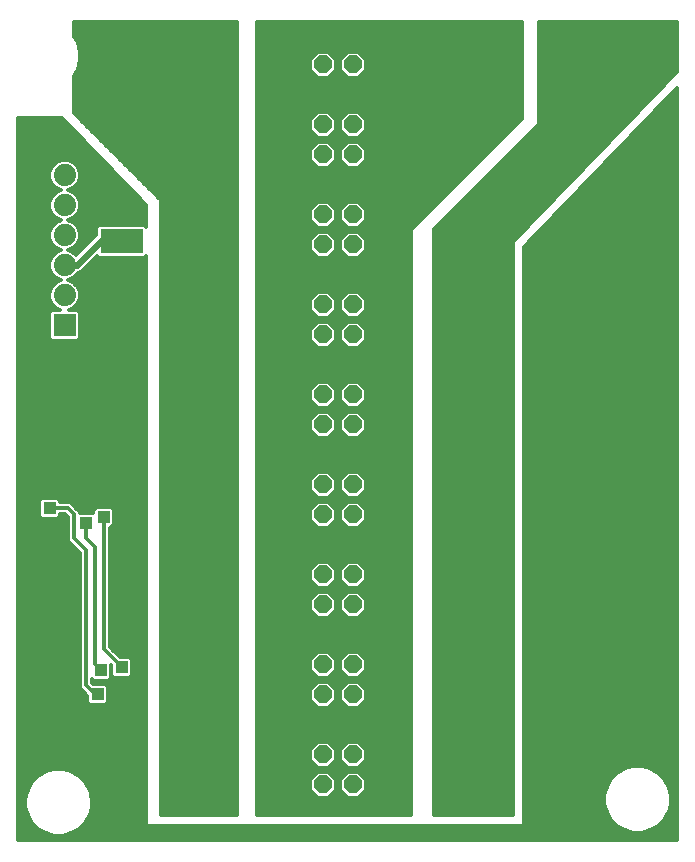
<source format=gbl>
G75*
%MOIN*%
%OFA0B0*%
%FSLAX24Y24*%
%IPPOS*%
%LPD*%
%AMOC8*
5,1,8,0,0,1.08239X$1,22.5*
%
%ADD10R,0.0740X0.0740*%
%ADD11C,0.0740*%
%ADD12OC8,0.0600*%
%ADD13R,0.0800X0.0800*%
%ADD14C,0.0800*%
%ADD15R,0.1400X0.0800*%
%ADD16C,0.0160*%
%ADD17R,0.0827X0.0827*%
%ADD18R,0.0396X0.0396*%
%ADD19C,0.0120*%
%ADD20R,0.0531X0.0531*%
%ADD21C,0.0240*%
D10*
X002100Y017700D03*
D11*
X002100Y018700D03*
X002100Y019700D03*
X002100Y020700D03*
X002100Y021700D03*
X002100Y022700D03*
D12*
X010700Y022400D03*
X010700Y021400D03*
X010700Y020400D03*
X010700Y019400D03*
X010700Y018400D03*
X010700Y017400D03*
X010700Y016400D03*
X010700Y015400D03*
X010700Y014400D03*
X010700Y013400D03*
X010700Y012400D03*
X010700Y011400D03*
X010700Y010400D03*
X010700Y009400D03*
X010700Y008400D03*
X010700Y007400D03*
X010700Y006400D03*
X010700Y005400D03*
X010700Y004400D03*
X010700Y003400D03*
X010700Y002400D03*
X011700Y002400D03*
X011700Y003400D03*
X011700Y004400D03*
X011700Y005400D03*
X011700Y006400D03*
X011700Y007400D03*
X011700Y008400D03*
X011700Y009400D03*
X011700Y010400D03*
X011700Y011400D03*
X011700Y012400D03*
X011700Y013400D03*
X011700Y014400D03*
X011700Y015400D03*
X011700Y016400D03*
X011700Y017400D03*
X011700Y018400D03*
X011700Y019400D03*
X011700Y020400D03*
X011700Y021400D03*
X011700Y022400D03*
X011700Y023400D03*
X011700Y024400D03*
X011700Y025400D03*
X011700Y026400D03*
X010700Y026400D03*
X010700Y025400D03*
X010700Y024400D03*
X010700Y023400D03*
D13*
X005500Y026500D03*
X016500Y026500D03*
X020300Y026500D03*
D14*
X018922Y026500D03*
X015122Y026500D03*
X004122Y026500D03*
D15*
X004000Y020500D03*
X004000Y018500D03*
D16*
X005300Y018486D02*
X007800Y018486D01*
X007800Y018328D02*
X005300Y018328D01*
X005300Y018169D02*
X007800Y018169D01*
X007800Y018011D02*
X005300Y018011D01*
X005300Y017852D02*
X007800Y017852D01*
X007800Y017694D02*
X005300Y017694D01*
X005300Y017535D02*
X007800Y017535D01*
X007800Y017377D02*
X005300Y017377D01*
X005300Y017218D02*
X007800Y017218D01*
X007800Y017060D02*
X005300Y017060D01*
X005300Y016901D02*
X007800Y016901D01*
X007800Y016743D02*
X005300Y016743D01*
X005300Y016584D02*
X007800Y016584D01*
X007800Y016426D02*
X005300Y016426D01*
X005300Y016267D02*
X007800Y016267D01*
X007800Y016109D02*
X005300Y016109D01*
X005300Y015950D02*
X007800Y015950D01*
X007800Y015792D02*
X005300Y015792D01*
X005300Y015633D02*
X007800Y015633D01*
X007800Y015475D02*
X005300Y015475D01*
X005300Y015316D02*
X007800Y015316D01*
X007800Y015158D02*
X005300Y015158D01*
X005300Y014999D02*
X007800Y014999D01*
X007800Y014841D02*
X005300Y014841D01*
X005300Y014682D02*
X007800Y014682D01*
X007800Y014524D02*
X005300Y014524D01*
X005300Y014365D02*
X007800Y014365D01*
X007800Y014207D02*
X005300Y014207D01*
X005300Y014048D02*
X007800Y014048D01*
X007800Y013890D02*
X005300Y013890D01*
X005300Y013731D02*
X007800Y013731D01*
X007800Y013573D02*
X005300Y013573D01*
X005300Y013414D02*
X007800Y013414D01*
X007800Y013256D02*
X005300Y013256D01*
X005300Y013097D02*
X007800Y013097D01*
X007800Y012939D02*
X005300Y012939D01*
X005300Y012780D02*
X007800Y012780D01*
X007800Y012622D02*
X005300Y012622D01*
X005300Y012463D02*
X007800Y012463D01*
X007800Y012305D02*
X005300Y012305D01*
X005300Y012146D02*
X007800Y012146D01*
X007800Y011988D02*
X005300Y011988D01*
X005300Y011829D02*
X007800Y011829D01*
X007800Y011671D02*
X005300Y011671D01*
X005300Y011512D02*
X007800Y011512D01*
X007800Y011354D02*
X005300Y011354D01*
X005300Y011195D02*
X007800Y011195D01*
X007800Y011037D02*
X005300Y011037D01*
X005300Y010878D02*
X007800Y010878D01*
X007800Y010720D02*
X005300Y010720D01*
X005300Y010561D02*
X007800Y010561D01*
X007800Y010403D02*
X005300Y010403D01*
X005300Y010244D02*
X007800Y010244D01*
X007800Y010086D02*
X005300Y010086D01*
X005300Y009927D02*
X007800Y009927D01*
X007800Y009769D02*
X005300Y009769D01*
X005300Y009610D02*
X007800Y009610D01*
X007800Y009452D02*
X005300Y009452D01*
X005300Y009293D02*
X007800Y009293D01*
X007800Y009135D02*
X005300Y009135D01*
X005300Y008976D02*
X007800Y008976D01*
X007800Y008818D02*
X005300Y008818D01*
X005300Y008659D02*
X007800Y008659D01*
X007800Y008501D02*
X005300Y008501D01*
X005300Y008342D02*
X007800Y008342D01*
X007800Y008184D02*
X005300Y008184D01*
X005300Y008025D02*
X007800Y008025D01*
X007800Y007867D02*
X005300Y007867D01*
X005300Y007708D02*
X007800Y007708D01*
X007800Y007550D02*
X005300Y007550D01*
X005300Y007391D02*
X007800Y007391D01*
X007800Y007233D02*
X005300Y007233D01*
X005300Y007074D02*
X007800Y007074D01*
X007800Y006916D02*
X005300Y006916D01*
X005300Y006757D02*
X007800Y006757D01*
X007800Y006599D02*
X005300Y006599D01*
X005300Y006440D02*
X007800Y006440D01*
X007800Y006282D02*
X005300Y006282D01*
X005300Y006123D02*
X007800Y006123D01*
X007800Y005965D02*
X005300Y005965D01*
X005300Y005806D02*
X007800Y005806D01*
X007800Y005648D02*
X005300Y005648D01*
X005300Y005489D02*
X007800Y005489D01*
X007800Y005331D02*
X005300Y005331D01*
X005300Y005172D02*
X007800Y005172D01*
X007800Y005014D02*
X005300Y005014D01*
X005300Y004855D02*
X007800Y004855D01*
X007800Y004697D02*
X005300Y004697D01*
X005300Y004538D02*
X007800Y004538D01*
X007800Y004380D02*
X005300Y004380D01*
X005300Y004221D02*
X007800Y004221D01*
X007800Y004063D02*
X005300Y004063D01*
X005300Y003904D02*
X007800Y003904D01*
X007800Y003746D02*
X005300Y003746D01*
X005300Y003587D02*
X007800Y003587D01*
X007800Y003429D02*
X005300Y003429D01*
X005300Y003270D02*
X007800Y003270D01*
X007800Y003112D02*
X005300Y003112D01*
X005300Y002953D02*
X007800Y002953D01*
X007800Y002795D02*
X005300Y002795D01*
X005300Y002636D02*
X007800Y002636D01*
X007800Y002478D02*
X005300Y002478D01*
X005300Y002319D02*
X007800Y002319D01*
X007800Y002161D02*
X005300Y002161D01*
X005300Y002002D02*
X007800Y002002D01*
X007800Y001844D02*
X005300Y001844D01*
X005300Y001685D02*
X007800Y001685D01*
X007800Y001527D02*
X005300Y001527D01*
X005300Y001400D02*
X005300Y021900D01*
X002400Y024800D01*
X002400Y026002D01*
X002404Y026006D01*
X002553Y026264D01*
X002630Y026551D01*
X002630Y026849D01*
X002553Y027136D01*
X002404Y027394D01*
X002400Y027398D01*
X002400Y027800D01*
X007800Y027800D01*
X007800Y001400D01*
X005300Y001400D01*
X008500Y001400D02*
X008500Y027800D01*
X017300Y027800D01*
X017300Y024600D01*
X013600Y020900D01*
X013600Y001400D01*
X008500Y001400D01*
X008500Y001527D02*
X013600Y001527D01*
X013600Y001685D02*
X008500Y001685D01*
X008500Y001844D02*
X013600Y001844D01*
X013600Y002002D02*
X011953Y002002D01*
X011891Y001940D02*
X012160Y002209D01*
X012160Y002591D01*
X011891Y002860D01*
X011509Y002860D01*
X011240Y002591D01*
X011240Y002209D01*
X011509Y001940D01*
X011891Y001940D01*
X012111Y002161D02*
X013600Y002161D01*
X013600Y002319D02*
X012160Y002319D01*
X012160Y002478D02*
X013600Y002478D01*
X013600Y002636D02*
X012115Y002636D01*
X011956Y002795D02*
X013600Y002795D01*
X013600Y002953D02*
X011904Y002953D01*
X011891Y002940D02*
X012160Y003209D01*
X012160Y003591D01*
X011891Y003860D01*
X011509Y003860D01*
X011240Y003591D01*
X011240Y003209D01*
X011509Y002940D01*
X011891Y002940D01*
X012062Y003112D02*
X013600Y003112D01*
X013600Y003270D02*
X012160Y003270D01*
X012160Y003429D02*
X013600Y003429D01*
X013600Y003587D02*
X012160Y003587D01*
X012005Y003746D02*
X013600Y003746D01*
X013600Y003904D02*
X008500Y003904D01*
X008500Y003746D02*
X010395Y003746D01*
X010509Y003860D02*
X010240Y003591D01*
X010240Y003209D01*
X010509Y002940D01*
X010891Y002940D01*
X011160Y003209D01*
X011160Y003591D01*
X010891Y003860D01*
X010509Y003860D01*
X010240Y003587D02*
X008500Y003587D01*
X008500Y003429D02*
X010240Y003429D01*
X010240Y003270D02*
X008500Y003270D01*
X008500Y003112D02*
X010338Y003112D01*
X010496Y002953D02*
X008500Y002953D01*
X008500Y002795D02*
X010444Y002795D01*
X010509Y002860D02*
X010240Y002591D01*
X010240Y002209D01*
X010509Y001940D01*
X010891Y001940D01*
X011160Y002209D01*
X011160Y002591D01*
X010891Y002860D01*
X010509Y002860D01*
X010285Y002636D02*
X008500Y002636D01*
X008500Y002478D02*
X010240Y002478D01*
X010240Y002319D02*
X008500Y002319D01*
X008500Y002161D02*
X010289Y002161D01*
X010447Y002002D02*
X008500Y002002D01*
X008500Y004063D02*
X013600Y004063D01*
X013600Y004221D02*
X008500Y004221D01*
X008500Y004380D02*
X013600Y004380D01*
X013600Y004538D02*
X008500Y004538D01*
X008500Y004697D02*
X013600Y004697D01*
X013600Y004855D02*
X008500Y004855D01*
X008500Y005014D02*
X010436Y005014D01*
X010509Y004940D02*
X010240Y005209D01*
X010240Y005591D01*
X010509Y005860D01*
X010891Y005860D01*
X011160Y005591D01*
X011160Y005209D01*
X010891Y004940D01*
X010509Y004940D01*
X010277Y005172D02*
X008500Y005172D01*
X008500Y005331D02*
X010240Y005331D01*
X010240Y005489D02*
X008500Y005489D01*
X008500Y005648D02*
X010297Y005648D01*
X010455Y005806D02*
X008500Y005806D01*
X008500Y005965D02*
X010485Y005965D01*
X010509Y005940D02*
X010891Y005940D01*
X011160Y006209D01*
X011160Y006591D01*
X010891Y006860D01*
X010509Y006860D01*
X010240Y006591D01*
X010240Y006209D01*
X010509Y005940D01*
X010326Y006123D02*
X008500Y006123D01*
X008500Y006282D02*
X010240Y006282D01*
X010240Y006440D02*
X008500Y006440D01*
X008500Y006599D02*
X010248Y006599D01*
X010406Y006757D02*
X008500Y006757D01*
X008500Y006916D02*
X013600Y006916D01*
X013600Y007074D02*
X008500Y007074D01*
X008500Y007233D02*
X013600Y007233D01*
X013600Y007391D02*
X008500Y007391D01*
X008500Y007550D02*
X013600Y007550D01*
X013600Y007708D02*
X008500Y007708D01*
X008500Y007867D02*
X013600Y007867D01*
X013600Y008025D02*
X011976Y008025D01*
X011891Y007940D02*
X012160Y008209D01*
X012160Y008591D01*
X011891Y008860D01*
X011509Y008860D01*
X011240Y008591D01*
X011240Y008209D01*
X011509Y007940D01*
X011891Y007940D01*
X012134Y008184D02*
X013600Y008184D01*
X013600Y008342D02*
X012160Y008342D01*
X012160Y008501D02*
X013600Y008501D01*
X013600Y008659D02*
X012092Y008659D01*
X011933Y008818D02*
X013600Y008818D01*
X013600Y008976D02*
X011927Y008976D01*
X011891Y008940D02*
X012160Y009209D01*
X012160Y009591D01*
X011891Y009860D01*
X011509Y009860D01*
X011240Y009591D01*
X011240Y009209D01*
X011509Y008940D01*
X011891Y008940D01*
X012085Y009135D02*
X013600Y009135D01*
X013600Y009293D02*
X012160Y009293D01*
X012160Y009452D02*
X013600Y009452D01*
X013600Y009610D02*
X012141Y009610D01*
X011982Y009769D02*
X013600Y009769D01*
X013600Y009927D02*
X008500Y009927D01*
X008500Y009769D02*
X010418Y009769D01*
X010509Y009860D02*
X010240Y009591D01*
X010240Y009209D01*
X010509Y008940D01*
X010891Y008940D01*
X011160Y009209D01*
X011160Y009591D01*
X010891Y009860D01*
X010509Y009860D01*
X010259Y009610D02*
X008500Y009610D01*
X008500Y009452D02*
X010240Y009452D01*
X010240Y009293D02*
X008500Y009293D01*
X008500Y009135D02*
X010315Y009135D01*
X010473Y008976D02*
X008500Y008976D01*
X008500Y008818D02*
X010467Y008818D01*
X010509Y008860D02*
X010240Y008591D01*
X010240Y008209D01*
X010509Y007940D01*
X010891Y007940D01*
X011160Y008209D01*
X011160Y008591D01*
X010891Y008860D01*
X010509Y008860D01*
X010308Y008659D02*
X008500Y008659D01*
X008500Y008501D02*
X010240Y008501D01*
X010240Y008342D02*
X008500Y008342D01*
X008500Y008184D02*
X010266Y008184D01*
X010424Y008025D02*
X008500Y008025D01*
X008500Y010086D02*
X013600Y010086D01*
X013600Y010244D02*
X008500Y010244D01*
X008500Y010403D02*
X013600Y010403D01*
X013600Y010561D02*
X008500Y010561D01*
X008500Y010720D02*
X013600Y010720D01*
X013600Y010878D02*
X008500Y010878D01*
X008500Y011037D02*
X010413Y011037D01*
X010509Y010940D02*
X010240Y011209D01*
X010240Y011591D01*
X010509Y011860D01*
X010891Y011860D01*
X011160Y011591D01*
X011160Y011209D01*
X010891Y010940D01*
X010509Y010940D01*
X010254Y011195D02*
X008500Y011195D01*
X008500Y011354D02*
X010240Y011354D01*
X010240Y011512D02*
X008500Y011512D01*
X008500Y011671D02*
X010320Y011671D01*
X010478Y011829D02*
X008500Y011829D01*
X008500Y011988D02*
X010462Y011988D01*
X010509Y011940D02*
X010240Y012209D01*
X010240Y012591D01*
X010509Y012860D01*
X010891Y012860D01*
X011160Y012591D01*
X011160Y012209D01*
X010891Y011940D01*
X010509Y011940D01*
X010303Y012146D02*
X008500Y012146D01*
X008500Y012305D02*
X010240Y012305D01*
X010240Y012463D02*
X008500Y012463D01*
X008500Y012622D02*
X010271Y012622D01*
X010429Y012780D02*
X008500Y012780D01*
X008500Y012939D02*
X013600Y012939D01*
X013600Y013097D02*
X008500Y013097D01*
X008500Y013256D02*
X013600Y013256D01*
X013600Y013414D02*
X008500Y013414D01*
X008500Y013573D02*
X013600Y013573D01*
X013600Y013731D02*
X008500Y013731D01*
X008500Y013890D02*
X013600Y013890D01*
X013600Y014048D02*
X011999Y014048D01*
X011891Y013940D02*
X012160Y014209D01*
X012160Y014591D01*
X011891Y014860D01*
X011509Y014860D01*
X011240Y014591D01*
X011240Y014209D01*
X011509Y013940D01*
X011891Y013940D01*
X012157Y014207D02*
X013600Y014207D01*
X013600Y014365D02*
X012160Y014365D01*
X012160Y014524D02*
X013600Y014524D01*
X013600Y014682D02*
X012069Y014682D01*
X011910Y014841D02*
X013600Y014841D01*
X013600Y014999D02*
X011950Y014999D01*
X011891Y014940D02*
X012160Y015209D01*
X012160Y015591D01*
X011891Y015860D01*
X011509Y015860D01*
X011240Y015591D01*
X011240Y015209D01*
X011509Y014940D01*
X011891Y014940D01*
X012108Y015158D02*
X013600Y015158D01*
X013600Y015316D02*
X012160Y015316D01*
X012160Y015475D02*
X013600Y015475D01*
X013600Y015633D02*
X012118Y015633D01*
X011959Y015792D02*
X013600Y015792D01*
X013600Y015950D02*
X008500Y015950D01*
X008500Y015792D02*
X010441Y015792D01*
X010509Y015860D02*
X010240Y015591D01*
X010240Y015209D01*
X010509Y014940D01*
X010891Y014940D01*
X011160Y015209D01*
X011160Y015591D01*
X010891Y015860D01*
X010509Y015860D01*
X010282Y015633D02*
X008500Y015633D01*
X008500Y015475D02*
X010240Y015475D01*
X010240Y015316D02*
X008500Y015316D01*
X008500Y015158D02*
X010292Y015158D01*
X010450Y014999D02*
X008500Y014999D01*
X008500Y014841D02*
X010490Y014841D01*
X010509Y014860D02*
X010240Y014591D01*
X010240Y014209D01*
X010509Y013940D01*
X010891Y013940D01*
X011160Y014209D01*
X011160Y014591D01*
X010891Y014860D01*
X010509Y014860D01*
X010331Y014682D02*
X008500Y014682D01*
X008500Y014524D02*
X010240Y014524D01*
X010240Y014365D02*
X008500Y014365D01*
X008500Y014207D02*
X010243Y014207D01*
X010401Y014048D02*
X008500Y014048D01*
X008500Y016109D02*
X013600Y016109D01*
X013600Y016267D02*
X008500Y016267D01*
X008500Y016426D02*
X013600Y016426D01*
X013600Y016584D02*
X008500Y016584D01*
X008500Y016743D02*
X013600Y016743D01*
X013600Y016901D02*
X008500Y016901D01*
X008500Y017060D02*
X010390Y017060D01*
X010509Y016940D02*
X010240Y017209D01*
X010240Y017591D01*
X010509Y017860D01*
X010891Y017860D01*
X011160Y017591D01*
X011160Y017209D01*
X010891Y016940D01*
X010509Y016940D01*
X010240Y017218D02*
X008500Y017218D01*
X008500Y017377D02*
X010240Y017377D01*
X010240Y017535D02*
X008500Y017535D01*
X008500Y017694D02*
X010343Y017694D01*
X010501Y017852D02*
X008500Y017852D01*
X008500Y018011D02*
X010439Y018011D01*
X010509Y017940D02*
X010240Y018209D01*
X010240Y018591D01*
X010509Y018860D01*
X010891Y018860D01*
X011160Y018591D01*
X011160Y018209D01*
X010891Y017940D01*
X010509Y017940D01*
X010280Y018169D02*
X008500Y018169D01*
X008500Y018328D02*
X010240Y018328D01*
X010240Y018486D02*
X008500Y018486D01*
X008500Y018645D02*
X010294Y018645D01*
X010452Y018803D02*
X008500Y018803D01*
X008500Y018962D02*
X013600Y018962D01*
X013600Y019120D02*
X008500Y019120D01*
X008500Y019279D02*
X013600Y019279D01*
X013600Y019437D02*
X008500Y019437D01*
X008500Y019596D02*
X013600Y019596D01*
X013600Y019754D02*
X008500Y019754D01*
X008500Y019913D02*
X013600Y019913D01*
X013600Y020071D02*
X012022Y020071D01*
X011891Y019940D02*
X012160Y020209D01*
X012160Y020591D01*
X011891Y020860D01*
X011509Y020860D01*
X011240Y020591D01*
X011240Y020209D01*
X011509Y019940D01*
X011891Y019940D01*
X012160Y020230D02*
X013600Y020230D01*
X013600Y020388D02*
X012160Y020388D01*
X012160Y020547D02*
X013600Y020547D01*
X013600Y020705D02*
X012046Y020705D01*
X011891Y020940D02*
X012160Y021209D01*
X012160Y021591D01*
X011891Y021860D01*
X011509Y021860D01*
X011240Y021591D01*
X011240Y021209D01*
X011509Y020940D01*
X011891Y020940D01*
X011973Y021022D02*
X013722Y021022D01*
X013600Y020864D02*
X008500Y020864D01*
X008500Y021022D02*
X010427Y021022D01*
X010509Y020940D02*
X010240Y021209D01*
X010240Y021591D01*
X010509Y021860D01*
X010891Y021860D01*
X011160Y021591D01*
X011160Y021209D01*
X010891Y020940D01*
X010509Y020940D01*
X010509Y020860D02*
X010240Y020591D01*
X010240Y020209D01*
X010509Y019940D01*
X010891Y019940D01*
X011160Y020209D01*
X011160Y020591D01*
X010891Y020860D01*
X010509Y020860D01*
X010354Y020705D02*
X008500Y020705D01*
X008500Y020547D02*
X010240Y020547D01*
X010240Y020388D02*
X008500Y020388D01*
X008500Y020230D02*
X010240Y020230D01*
X010378Y020071D02*
X008500Y020071D01*
X007800Y020071D02*
X005300Y020071D01*
X005300Y019913D02*
X007800Y019913D01*
X007800Y019754D02*
X005300Y019754D01*
X005300Y019596D02*
X007800Y019596D01*
X007800Y019437D02*
X005300Y019437D01*
X005300Y019279D02*
X007800Y019279D01*
X007800Y019120D02*
X005300Y019120D01*
X005300Y018962D02*
X007800Y018962D01*
X007800Y018803D02*
X005300Y018803D01*
X005300Y018645D02*
X007800Y018645D01*
X007800Y020230D02*
X005300Y020230D01*
X005300Y020388D02*
X007800Y020388D01*
X007800Y020547D02*
X005300Y020547D01*
X005300Y020705D02*
X007800Y020705D01*
X007800Y020864D02*
X005300Y020864D01*
X005300Y021022D02*
X007800Y021022D01*
X007800Y021181D02*
X005300Y021181D01*
X005300Y021339D02*
X007800Y021339D01*
X007800Y021498D02*
X005300Y021498D01*
X005300Y021656D02*
X007800Y021656D01*
X007800Y021815D02*
X005300Y021815D01*
X005227Y021973D02*
X007800Y021973D01*
X007800Y022132D02*
X005068Y022132D01*
X004910Y022290D02*
X007800Y022290D01*
X007800Y022449D02*
X004751Y022449D01*
X004593Y022607D02*
X007800Y022607D01*
X007800Y022766D02*
X004434Y022766D01*
X004276Y022924D02*
X007800Y022924D01*
X007800Y023083D02*
X004117Y023083D01*
X003959Y023241D02*
X007800Y023241D01*
X007800Y023400D02*
X003800Y023400D01*
X003642Y023558D02*
X007800Y023558D01*
X007800Y023717D02*
X003483Y023717D01*
X003325Y023875D02*
X007800Y023875D01*
X007800Y024034D02*
X003166Y024034D01*
X003008Y024192D02*
X007800Y024192D01*
X007800Y024351D02*
X002849Y024351D01*
X002691Y024509D02*
X007800Y024509D01*
X007800Y024668D02*
X002532Y024668D01*
X002400Y024826D02*
X007800Y024826D01*
X007800Y024985D02*
X002400Y024985D01*
X002400Y025143D02*
X007800Y025143D01*
X007800Y025302D02*
X002400Y025302D01*
X002400Y025460D02*
X007800Y025460D01*
X007800Y025619D02*
X002400Y025619D01*
X002400Y025777D02*
X007800Y025777D01*
X007800Y025936D02*
X002400Y025936D01*
X002455Y026094D02*
X007800Y026094D01*
X007800Y026253D02*
X002546Y026253D01*
X002592Y026411D02*
X007800Y026411D01*
X007800Y026570D02*
X002630Y026570D01*
X002630Y026728D02*
X007800Y026728D01*
X007800Y026887D02*
X002620Y026887D01*
X002577Y027045D02*
X007800Y027045D01*
X007800Y027204D02*
X002514Y027204D01*
X002423Y027362D02*
X007800Y027362D01*
X007800Y027521D02*
X002400Y027521D01*
X002400Y027679D02*
X007800Y027679D01*
X008500Y027679D02*
X017300Y027679D01*
X017300Y027521D02*
X008500Y027521D01*
X008500Y027362D02*
X017300Y027362D01*
X017300Y027204D02*
X008500Y027204D01*
X008500Y027045D02*
X017300Y027045D01*
X017300Y026887D02*
X008500Y026887D01*
X008500Y026728D02*
X010378Y026728D01*
X010509Y026860D02*
X010240Y026591D01*
X010240Y026209D01*
X010509Y025940D01*
X010891Y025940D01*
X011160Y026209D01*
X011160Y026591D01*
X010891Y026860D01*
X010509Y026860D01*
X010240Y026570D02*
X008500Y026570D01*
X008500Y026411D02*
X010240Y026411D01*
X010240Y026253D02*
X008500Y026253D01*
X008500Y026094D02*
X010355Y026094D01*
X011045Y026094D02*
X011355Y026094D01*
X011240Y026209D02*
X011509Y025940D01*
X011891Y025940D01*
X012160Y026209D01*
X012160Y026591D01*
X011891Y026860D01*
X011509Y026860D01*
X011240Y026591D01*
X011240Y026209D01*
X011240Y026253D02*
X011160Y026253D01*
X011160Y026411D02*
X011240Y026411D01*
X011240Y026570D02*
X011160Y026570D01*
X011022Y026728D02*
X011378Y026728D01*
X012022Y026728D02*
X017300Y026728D01*
X017300Y026570D02*
X012160Y026570D01*
X012160Y026411D02*
X017300Y026411D01*
X017300Y026253D02*
X012160Y026253D01*
X012045Y026094D02*
X017300Y026094D01*
X017300Y025936D02*
X008500Y025936D01*
X008500Y025777D02*
X017300Y025777D01*
X017300Y025619D02*
X008500Y025619D01*
X008500Y025460D02*
X017300Y025460D01*
X017300Y025302D02*
X008500Y025302D01*
X008500Y025143D02*
X017300Y025143D01*
X017300Y024985D02*
X008500Y024985D01*
X008500Y024826D02*
X010476Y024826D01*
X010509Y024860D02*
X010240Y024591D01*
X010240Y024209D01*
X010509Y023940D01*
X010891Y023940D01*
X011160Y024209D01*
X011160Y024591D01*
X010891Y024860D01*
X010509Y024860D01*
X010317Y024668D02*
X008500Y024668D01*
X008500Y024509D02*
X010240Y024509D01*
X010240Y024351D02*
X008500Y024351D01*
X008500Y024192D02*
X010257Y024192D01*
X010416Y024034D02*
X008500Y024034D01*
X008500Y023875D02*
X016575Y023875D01*
X016417Y023717D02*
X012034Y023717D01*
X012160Y023591D02*
X011891Y023860D01*
X011509Y023860D01*
X011240Y023591D01*
X011240Y023209D01*
X011509Y022940D01*
X011891Y022940D01*
X012160Y023209D01*
X012160Y023591D01*
X012160Y023558D02*
X016258Y023558D01*
X016100Y023400D02*
X012160Y023400D01*
X012160Y023241D02*
X015941Y023241D01*
X015783Y023083D02*
X012033Y023083D01*
X011367Y023083D02*
X011033Y023083D01*
X011160Y023209D02*
X010891Y022940D01*
X010509Y022940D01*
X010240Y023209D01*
X010240Y023591D01*
X010509Y023860D01*
X010891Y023860D01*
X011160Y023591D01*
X011160Y023209D01*
X011160Y023241D02*
X011240Y023241D01*
X011240Y023400D02*
X011160Y023400D01*
X011160Y023558D02*
X011240Y023558D01*
X011366Y023717D02*
X011034Y023717D01*
X010984Y024034D02*
X011416Y024034D01*
X011509Y023940D02*
X011891Y023940D01*
X012160Y024209D01*
X012160Y024591D01*
X011891Y024860D01*
X011509Y024860D01*
X011240Y024591D01*
X011240Y024209D01*
X011509Y023940D01*
X011257Y024192D02*
X011143Y024192D01*
X011160Y024351D02*
X011240Y024351D01*
X011240Y024509D02*
X011160Y024509D01*
X011083Y024668D02*
X011317Y024668D01*
X011476Y024826D02*
X010924Y024826D01*
X010366Y023717D02*
X008500Y023717D01*
X008500Y023558D02*
X010240Y023558D01*
X010240Y023400D02*
X008500Y023400D01*
X008500Y023241D02*
X010240Y023241D01*
X010367Y023083D02*
X008500Y023083D01*
X008500Y022924D02*
X015624Y022924D01*
X015466Y022766D02*
X008500Y022766D01*
X008500Y022607D02*
X015307Y022607D01*
X015149Y022449D02*
X008500Y022449D01*
X008500Y022290D02*
X014990Y022290D01*
X014832Y022132D02*
X008500Y022132D01*
X008500Y021973D02*
X014673Y021973D01*
X014515Y021815D02*
X011936Y021815D01*
X012095Y021656D02*
X014356Y021656D01*
X014198Y021498D02*
X012160Y021498D01*
X012160Y021339D02*
X014039Y021339D01*
X013881Y021181D02*
X012131Y021181D01*
X011427Y021022D02*
X010973Y021022D01*
X011131Y021181D02*
X011269Y021181D01*
X011240Y021339D02*
X011160Y021339D01*
X011160Y021498D02*
X011240Y021498D01*
X011305Y021656D02*
X011095Y021656D01*
X010936Y021815D02*
X011464Y021815D01*
X011354Y020705D02*
X011046Y020705D01*
X011160Y020547D02*
X011240Y020547D01*
X011240Y020388D02*
X011160Y020388D01*
X011160Y020230D02*
X011240Y020230D01*
X011378Y020071D02*
X011022Y020071D01*
X011509Y018860D02*
X011240Y018591D01*
X011240Y018209D01*
X011509Y017940D01*
X011891Y017940D01*
X012160Y018209D01*
X012160Y018591D01*
X011891Y018860D01*
X011509Y018860D01*
X011452Y018803D02*
X010948Y018803D01*
X011106Y018645D02*
X011294Y018645D01*
X011240Y018486D02*
X011160Y018486D01*
X011160Y018328D02*
X011240Y018328D01*
X011280Y018169D02*
X011120Y018169D01*
X010961Y018011D02*
X011439Y018011D01*
X011509Y017860D02*
X011240Y017591D01*
X011240Y017209D01*
X011509Y016940D01*
X011891Y016940D01*
X012160Y017209D01*
X012160Y017591D01*
X011891Y017860D01*
X011509Y017860D01*
X011501Y017852D02*
X010899Y017852D01*
X011057Y017694D02*
X011343Y017694D01*
X011240Y017535D02*
X011160Y017535D01*
X011160Y017377D02*
X011240Y017377D01*
X011240Y017218D02*
X011160Y017218D01*
X011010Y017060D02*
X011390Y017060D01*
X012010Y017060D02*
X013600Y017060D01*
X013600Y017218D02*
X012160Y017218D01*
X012160Y017377D02*
X013600Y017377D01*
X013600Y017535D02*
X012160Y017535D01*
X012057Y017694D02*
X013600Y017694D01*
X013600Y017852D02*
X011899Y017852D01*
X011961Y018011D02*
X013600Y018011D01*
X013600Y018169D02*
X012120Y018169D01*
X012160Y018328D02*
X013600Y018328D01*
X013600Y018486D02*
X012160Y018486D01*
X012106Y018645D02*
X013600Y018645D01*
X013600Y018803D02*
X011948Y018803D01*
X010269Y021181D02*
X008500Y021181D01*
X008500Y021339D02*
X010240Y021339D01*
X010240Y021498D02*
X008500Y021498D01*
X008500Y021656D02*
X010305Y021656D01*
X010464Y021815D02*
X008500Y021815D01*
X011984Y024034D02*
X016734Y024034D01*
X016892Y024192D02*
X012143Y024192D01*
X012160Y024351D02*
X017051Y024351D01*
X017209Y024509D02*
X012160Y024509D01*
X012083Y024668D02*
X017300Y024668D01*
X017300Y024826D02*
X011924Y024826D01*
X014998Y021498D02*
X017963Y021498D01*
X018115Y021656D02*
X015156Y021656D01*
X015315Y021815D02*
X018268Y021815D01*
X018421Y021973D02*
X015473Y021973D01*
X015632Y022132D02*
X018574Y022132D01*
X018727Y022290D02*
X015790Y022290D01*
X015949Y022449D02*
X018880Y022449D01*
X019033Y022607D02*
X016107Y022607D01*
X016266Y022766D02*
X019186Y022766D01*
X019339Y022924D02*
X016424Y022924D01*
X016583Y023083D02*
X019492Y023083D01*
X019645Y023241D02*
X016741Y023241D01*
X016900Y023400D02*
X019798Y023400D01*
X019951Y023558D02*
X017058Y023558D01*
X017217Y023717D02*
X020104Y023717D01*
X020257Y023875D02*
X017375Y023875D01*
X017534Y024034D02*
X020410Y024034D01*
X020562Y024192D02*
X017692Y024192D01*
X017851Y024351D02*
X020715Y024351D01*
X020868Y024509D02*
X017900Y024509D01*
X017900Y024400D02*
X017900Y027800D01*
X022490Y027800D01*
X022490Y026190D01*
X017000Y020500D01*
X017000Y001400D01*
X014400Y001400D01*
X014400Y020900D01*
X017900Y024400D01*
X017900Y024668D02*
X021021Y024668D01*
X021174Y024826D02*
X017900Y024826D01*
X017900Y024985D02*
X021327Y024985D01*
X021480Y025143D02*
X017900Y025143D01*
X017900Y025302D02*
X021633Y025302D01*
X021786Y025460D02*
X017900Y025460D01*
X017900Y025619D02*
X021939Y025619D01*
X022092Y025777D02*
X017900Y025777D01*
X017900Y025936D02*
X022245Y025936D01*
X022398Y026094D02*
X017900Y026094D01*
X017900Y026253D02*
X022490Y026253D01*
X022490Y026411D02*
X017900Y026411D01*
X017900Y026570D02*
X022490Y026570D01*
X022490Y026728D02*
X017900Y026728D01*
X017900Y026887D02*
X022490Y026887D01*
X022490Y027045D02*
X017900Y027045D01*
X017900Y027204D02*
X022490Y027204D01*
X022490Y027362D02*
X017900Y027362D01*
X017900Y027521D02*
X022490Y027521D01*
X022490Y027679D02*
X017900Y027679D01*
X017810Y021339D02*
X014839Y021339D01*
X014681Y021181D02*
X017657Y021181D01*
X017504Y021022D02*
X014522Y021022D01*
X014400Y020864D02*
X017351Y020864D01*
X017198Y020705D02*
X014400Y020705D01*
X014400Y020547D02*
X017045Y020547D01*
X017000Y020388D02*
X014400Y020388D01*
X014400Y020230D02*
X017000Y020230D01*
X017000Y020071D02*
X014400Y020071D01*
X014400Y019913D02*
X017000Y019913D01*
X017000Y019754D02*
X014400Y019754D01*
X014400Y019596D02*
X017000Y019596D01*
X017000Y019437D02*
X014400Y019437D01*
X014400Y019279D02*
X017000Y019279D01*
X017000Y019120D02*
X014400Y019120D01*
X014400Y018962D02*
X017000Y018962D01*
X017000Y018803D02*
X014400Y018803D01*
X014400Y018645D02*
X017000Y018645D01*
X017000Y018486D02*
X014400Y018486D01*
X014400Y018328D02*
X017000Y018328D01*
X017000Y018169D02*
X014400Y018169D01*
X014400Y018011D02*
X017000Y018011D01*
X017000Y017852D02*
X014400Y017852D01*
X014400Y017694D02*
X017000Y017694D01*
X017000Y017535D02*
X014400Y017535D01*
X014400Y017377D02*
X017000Y017377D01*
X017000Y017218D02*
X014400Y017218D01*
X014400Y017060D02*
X017000Y017060D01*
X017000Y016901D02*
X014400Y016901D01*
X014400Y016743D02*
X017000Y016743D01*
X017000Y016584D02*
X014400Y016584D01*
X014400Y016426D02*
X017000Y016426D01*
X017000Y016267D02*
X014400Y016267D01*
X014400Y016109D02*
X017000Y016109D01*
X017000Y015950D02*
X014400Y015950D01*
X014400Y015792D02*
X017000Y015792D01*
X017000Y015633D02*
X014400Y015633D01*
X014400Y015475D02*
X017000Y015475D01*
X017000Y015316D02*
X014400Y015316D01*
X014400Y015158D02*
X017000Y015158D01*
X017000Y014999D02*
X014400Y014999D01*
X014400Y014841D02*
X017000Y014841D01*
X017000Y014682D02*
X014400Y014682D01*
X014400Y014524D02*
X017000Y014524D01*
X017000Y014365D02*
X014400Y014365D01*
X014400Y014207D02*
X017000Y014207D01*
X017000Y014048D02*
X014400Y014048D01*
X014400Y013890D02*
X017000Y013890D01*
X017000Y013731D02*
X014400Y013731D01*
X014400Y013573D02*
X017000Y013573D01*
X017000Y013414D02*
X014400Y013414D01*
X014400Y013256D02*
X017000Y013256D01*
X017000Y013097D02*
X014400Y013097D01*
X014400Y012939D02*
X017000Y012939D01*
X017000Y012780D02*
X014400Y012780D01*
X014400Y012622D02*
X017000Y012622D01*
X017000Y012463D02*
X014400Y012463D01*
X014400Y012305D02*
X017000Y012305D01*
X017000Y012146D02*
X014400Y012146D01*
X014400Y011988D02*
X017000Y011988D01*
X017000Y011829D02*
X014400Y011829D01*
X014400Y011671D02*
X017000Y011671D01*
X017000Y011512D02*
X014400Y011512D01*
X014400Y011354D02*
X017000Y011354D01*
X017000Y011195D02*
X014400Y011195D01*
X014400Y011037D02*
X017000Y011037D01*
X017000Y010878D02*
X014400Y010878D01*
X014400Y010720D02*
X017000Y010720D01*
X017000Y010561D02*
X014400Y010561D01*
X014400Y010403D02*
X017000Y010403D01*
X017000Y010244D02*
X014400Y010244D01*
X014400Y010086D02*
X017000Y010086D01*
X017000Y009927D02*
X014400Y009927D01*
X014400Y009769D02*
X017000Y009769D01*
X017000Y009610D02*
X014400Y009610D01*
X014400Y009452D02*
X017000Y009452D01*
X017000Y009293D02*
X014400Y009293D01*
X014400Y009135D02*
X017000Y009135D01*
X017000Y008976D02*
X014400Y008976D01*
X014400Y008818D02*
X017000Y008818D01*
X017000Y008659D02*
X014400Y008659D01*
X014400Y008501D02*
X017000Y008501D01*
X017000Y008342D02*
X014400Y008342D01*
X014400Y008184D02*
X017000Y008184D01*
X017000Y008025D02*
X014400Y008025D01*
X014400Y007867D02*
X017000Y007867D01*
X017000Y007708D02*
X014400Y007708D01*
X014400Y007550D02*
X017000Y007550D01*
X017000Y007391D02*
X014400Y007391D01*
X014400Y007233D02*
X017000Y007233D01*
X017000Y007074D02*
X014400Y007074D01*
X014400Y006916D02*
X017000Y006916D01*
X017000Y006757D02*
X014400Y006757D01*
X014400Y006599D02*
X017000Y006599D01*
X017000Y006440D02*
X014400Y006440D01*
X014400Y006282D02*
X017000Y006282D01*
X017000Y006123D02*
X014400Y006123D01*
X014400Y005965D02*
X017000Y005965D01*
X017000Y005806D02*
X014400Y005806D01*
X014400Y005648D02*
X017000Y005648D01*
X017000Y005489D02*
X014400Y005489D01*
X014400Y005331D02*
X017000Y005331D01*
X017000Y005172D02*
X014400Y005172D01*
X014400Y005014D02*
X017000Y005014D01*
X017000Y004855D02*
X014400Y004855D01*
X014400Y004697D02*
X017000Y004697D01*
X017000Y004538D02*
X014400Y004538D01*
X014400Y004380D02*
X017000Y004380D01*
X017000Y004221D02*
X014400Y004221D01*
X014400Y004063D02*
X017000Y004063D01*
X017000Y003904D02*
X014400Y003904D01*
X014400Y003746D02*
X017000Y003746D01*
X017000Y003587D02*
X014400Y003587D01*
X014400Y003429D02*
X017000Y003429D01*
X017000Y003270D02*
X014400Y003270D01*
X014400Y003112D02*
X017000Y003112D01*
X017000Y002953D02*
X014400Y002953D01*
X014400Y002795D02*
X017000Y002795D01*
X017000Y002636D02*
X014400Y002636D01*
X014400Y002478D02*
X017000Y002478D01*
X017000Y002319D02*
X014400Y002319D01*
X014400Y002161D02*
X017000Y002161D01*
X017000Y002002D02*
X014400Y002002D01*
X014400Y001844D02*
X017000Y001844D01*
X017000Y001685D02*
X014400Y001685D01*
X014400Y001527D02*
X017000Y001527D01*
X013600Y005014D02*
X011964Y005014D01*
X011891Y004940D02*
X012160Y005209D01*
X012160Y005591D01*
X011891Y005860D01*
X011509Y005860D01*
X011240Y005591D01*
X011240Y005209D01*
X011509Y004940D01*
X011891Y004940D01*
X012123Y005172D02*
X013600Y005172D01*
X013600Y005331D02*
X012160Y005331D01*
X012160Y005489D02*
X013600Y005489D01*
X013600Y005648D02*
X012103Y005648D01*
X011945Y005806D02*
X013600Y005806D01*
X013600Y005965D02*
X011915Y005965D01*
X011891Y005940D02*
X012160Y006209D01*
X012160Y006591D01*
X011891Y006860D01*
X011509Y006860D01*
X011240Y006591D01*
X011240Y006209D01*
X011509Y005940D01*
X011891Y005940D01*
X012074Y006123D02*
X013600Y006123D01*
X013600Y006282D02*
X012160Y006282D01*
X012160Y006440D02*
X013600Y006440D01*
X013600Y006599D02*
X012152Y006599D01*
X011994Y006757D02*
X013600Y006757D01*
X011406Y006757D02*
X010994Y006757D01*
X011152Y006599D02*
X011248Y006599D01*
X011240Y006440D02*
X011160Y006440D01*
X011160Y006282D02*
X011240Y006282D01*
X011326Y006123D02*
X011074Y006123D01*
X010915Y005965D02*
X011485Y005965D01*
X011455Y005806D02*
X010945Y005806D01*
X011103Y005648D02*
X011297Y005648D01*
X011240Y005489D02*
X011160Y005489D01*
X011160Y005331D02*
X011240Y005331D01*
X011277Y005172D02*
X011123Y005172D01*
X010964Y005014D02*
X011436Y005014D01*
X011395Y003746D02*
X011005Y003746D01*
X011160Y003587D02*
X011240Y003587D01*
X011240Y003429D02*
X011160Y003429D01*
X011160Y003270D02*
X011240Y003270D01*
X011338Y003112D02*
X011062Y003112D01*
X010904Y002953D02*
X011496Y002953D01*
X011444Y002795D02*
X010956Y002795D01*
X011115Y002636D02*
X011285Y002636D01*
X011240Y002478D02*
X011160Y002478D01*
X011160Y002319D02*
X011240Y002319D01*
X011289Y002161D02*
X011111Y002161D01*
X010953Y002002D02*
X011447Y002002D01*
X011424Y008025D02*
X010976Y008025D01*
X011134Y008184D02*
X011266Y008184D01*
X011240Y008342D02*
X011160Y008342D01*
X011160Y008501D02*
X011240Y008501D01*
X011308Y008659D02*
X011092Y008659D01*
X010933Y008818D02*
X011467Y008818D01*
X011473Y008976D02*
X010927Y008976D01*
X011085Y009135D02*
X011315Y009135D01*
X011240Y009293D02*
X011160Y009293D01*
X011160Y009452D02*
X011240Y009452D01*
X011259Y009610D02*
X011141Y009610D01*
X010982Y009769D02*
X011418Y009769D01*
X011509Y010940D02*
X011891Y010940D01*
X012160Y011209D01*
X012160Y011591D01*
X011891Y011860D01*
X011509Y011860D01*
X011240Y011591D01*
X011240Y011209D01*
X011509Y010940D01*
X011413Y011037D02*
X010987Y011037D01*
X011146Y011195D02*
X011254Y011195D01*
X011240Y011354D02*
X011160Y011354D01*
X011160Y011512D02*
X011240Y011512D01*
X011320Y011671D02*
X011080Y011671D01*
X010922Y011829D02*
X011478Y011829D01*
X011509Y011940D02*
X011891Y011940D01*
X012160Y012209D01*
X012160Y012591D01*
X011891Y012860D01*
X011509Y012860D01*
X011240Y012591D01*
X011240Y012209D01*
X011509Y011940D01*
X011462Y011988D02*
X010938Y011988D01*
X011097Y012146D02*
X011303Y012146D01*
X011240Y012305D02*
X011160Y012305D01*
X011160Y012463D02*
X011240Y012463D01*
X011271Y012622D02*
X011129Y012622D01*
X010971Y012780D02*
X011429Y012780D01*
X011971Y012780D02*
X013600Y012780D01*
X013600Y012622D02*
X012129Y012622D01*
X012160Y012463D02*
X013600Y012463D01*
X013600Y012305D02*
X012160Y012305D01*
X012097Y012146D02*
X013600Y012146D01*
X013600Y011988D02*
X011938Y011988D01*
X011922Y011829D02*
X013600Y011829D01*
X013600Y011671D02*
X012080Y011671D01*
X012160Y011512D02*
X013600Y011512D01*
X013600Y011354D02*
X012160Y011354D01*
X012146Y011195D02*
X013600Y011195D01*
X013600Y011037D02*
X011987Y011037D01*
X011401Y014048D02*
X010999Y014048D01*
X011157Y014207D02*
X011243Y014207D01*
X011240Y014365D02*
X011160Y014365D01*
X011160Y014524D02*
X011240Y014524D01*
X011331Y014682D02*
X011069Y014682D01*
X010910Y014841D02*
X011490Y014841D01*
X011450Y014999D02*
X010950Y014999D01*
X011108Y015158D02*
X011292Y015158D01*
X011240Y015316D02*
X011160Y015316D01*
X011160Y015475D02*
X011240Y015475D01*
X011282Y015633D02*
X011118Y015633D01*
X010959Y015792D02*
X011441Y015792D01*
D17*
X016100Y015900D03*
X016100Y014500D03*
X016100Y013100D03*
X016100Y011700D03*
X016100Y010200D03*
X016100Y008700D03*
X016100Y007200D03*
X016100Y005700D03*
X016100Y004200D03*
X016100Y002600D03*
X006500Y002100D03*
X006500Y003700D03*
X006500Y005100D03*
X006500Y006500D03*
X006500Y007900D03*
X006500Y009300D03*
X006500Y010700D03*
X006500Y012100D03*
X006500Y013900D03*
X006500Y015600D03*
X006700Y017000D03*
X006500Y018400D03*
X006500Y019800D03*
X006500Y021200D03*
X006500Y022600D03*
X005500Y024000D03*
X016100Y020100D03*
X016100Y018700D03*
X016100Y017300D03*
X016400Y021500D03*
X017800Y022900D03*
X019000Y024300D03*
D18*
X021700Y016000D03*
X020700Y011900D03*
X020700Y011200D03*
X018600Y011900D03*
X004100Y011300D03*
X003400Y011300D03*
X002800Y011100D03*
X001600Y011000D03*
X001600Y011600D03*
X001800Y014100D03*
X001000Y007400D03*
X003200Y005400D03*
X003300Y006200D03*
X004000Y006300D03*
D19*
X000560Y000560D02*
X000560Y024600D01*
X002000Y024600D01*
X004800Y021700D01*
X004800Y020998D01*
X004758Y021040D01*
X003242Y021040D01*
X003160Y020958D01*
X003160Y020723D01*
X003153Y020720D01*
X003080Y020647D01*
X002477Y020044D01*
X002389Y020132D01*
X002226Y020200D01*
X002389Y020268D01*
X002532Y020411D01*
X002610Y020599D01*
X002610Y020801D01*
X002532Y020989D01*
X002389Y021132D01*
X002226Y021200D01*
X002389Y021268D01*
X002532Y021411D01*
X002610Y021599D01*
X002610Y021801D01*
X002532Y021989D01*
X002389Y022132D01*
X002226Y022200D01*
X002389Y022268D01*
X002532Y022411D01*
X002610Y022599D01*
X002610Y022801D01*
X002532Y022989D01*
X002389Y023132D01*
X002201Y023210D01*
X001999Y023210D01*
X001811Y023132D01*
X001668Y022989D01*
X001590Y022801D01*
X001590Y022599D01*
X001668Y022411D01*
X001811Y022268D01*
X001974Y022200D01*
X001811Y022132D01*
X001668Y021989D01*
X001590Y021801D01*
X001590Y021599D01*
X001668Y021411D01*
X001811Y021268D01*
X001974Y021200D01*
X001811Y021132D01*
X001668Y020989D01*
X001590Y020801D01*
X001590Y020599D01*
X001668Y020411D01*
X001811Y020268D01*
X001974Y020200D01*
X001811Y020132D01*
X001668Y019989D01*
X001590Y019801D01*
X001590Y019599D01*
X001668Y019411D01*
X001811Y019268D01*
X001974Y019200D01*
X001811Y019132D01*
X001668Y018989D01*
X001590Y018801D01*
X001590Y018599D01*
X001668Y018411D01*
X001811Y018268D01*
X001950Y018210D01*
X001672Y018210D01*
X001590Y018128D01*
X001590Y017272D01*
X001672Y017190D01*
X002528Y017190D01*
X002610Y017272D01*
X002610Y018128D01*
X002528Y018210D01*
X002250Y018210D01*
X002389Y018268D01*
X002532Y018411D01*
X002610Y018599D01*
X002610Y018801D01*
X002532Y018989D01*
X002389Y019132D01*
X002226Y019200D01*
X002389Y019268D01*
X002532Y019411D01*
X002544Y019440D01*
X002552Y019440D01*
X002647Y019480D01*
X003185Y020017D01*
X003242Y019960D01*
X004758Y019960D01*
X004800Y020002D01*
X004800Y001000D01*
X017400Y001000D01*
X017400Y020300D01*
X022510Y025607D01*
X022510Y000560D01*
X000560Y000560D01*
X000560Y000574D02*
X022510Y000574D01*
X022510Y000693D02*
X002055Y000693D01*
X002046Y000690D02*
X002328Y000766D01*
X002582Y000912D01*
X002788Y001118D01*
X002934Y001372D01*
X003010Y001654D01*
X003010Y001946D01*
X002934Y002228D01*
X002788Y002482D01*
X002582Y002688D01*
X002328Y002834D01*
X002046Y002910D01*
X001754Y002910D01*
X001472Y002834D01*
X001218Y002688D01*
X001012Y002482D01*
X000866Y002228D01*
X000790Y001946D01*
X000790Y001654D01*
X000866Y001372D01*
X001012Y001118D01*
X001218Y000912D01*
X001472Y000766D01*
X001754Y000690D01*
X002046Y000690D01*
X001745Y000693D02*
X000560Y000693D01*
X000560Y000811D02*
X001393Y000811D01*
X001201Y000930D02*
X000560Y000930D01*
X000560Y001048D02*
X001082Y001048D01*
X000984Y001167D02*
X000560Y001167D01*
X000560Y001285D02*
X000916Y001285D01*
X000857Y001404D02*
X000560Y001404D01*
X000560Y001522D02*
X000825Y001522D01*
X000794Y001641D02*
X000560Y001641D01*
X000560Y001759D02*
X000790Y001759D01*
X000790Y001878D02*
X000560Y001878D01*
X000560Y001996D02*
X000803Y001996D01*
X000835Y002115D02*
X000560Y002115D01*
X000560Y002233D02*
X000868Y002233D01*
X000937Y002352D02*
X000560Y002352D01*
X000560Y002470D02*
X001005Y002470D01*
X001119Y002589D02*
X000560Y002589D01*
X000560Y002707D02*
X001251Y002707D01*
X001456Y002826D02*
X000560Y002826D01*
X000560Y002944D02*
X004800Y002944D01*
X004800Y002826D02*
X002344Y002826D01*
X002549Y002707D02*
X004800Y002707D01*
X004800Y002589D02*
X002681Y002589D01*
X002795Y002470D02*
X004800Y002470D01*
X004800Y002352D02*
X002863Y002352D01*
X002932Y002233D02*
X004800Y002233D01*
X004800Y002115D02*
X002965Y002115D01*
X002997Y001996D02*
X004800Y001996D01*
X004800Y001878D02*
X003010Y001878D01*
X003010Y001759D02*
X004800Y001759D01*
X004800Y001641D02*
X003006Y001641D01*
X002975Y001522D02*
X004800Y001522D01*
X004800Y001404D02*
X002943Y001404D01*
X002884Y001285D02*
X004800Y001285D01*
X004800Y001167D02*
X002816Y001167D01*
X002718Y001048D02*
X004800Y001048D01*
X004800Y003063D02*
X000560Y003063D01*
X000560Y003181D02*
X004800Y003181D01*
X004800Y003300D02*
X000560Y003300D01*
X000560Y003418D02*
X004800Y003418D01*
X004800Y003537D02*
X000560Y003537D01*
X000560Y003655D02*
X004800Y003655D01*
X004800Y003774D02*
X000560Y003774D01*
X000560Y003892D02*
X004800Y003892D01*
X004800Y004011D02*
X000560Y004011D01*
X000560Y004129D02*
X004800Y004129D01*
X004800Y004248D02*
X000560Y004248D01*
X000560Y004366D02*
X004800Y004366D01*
X004800Y004485D02*
X000560Y004485D01*
X000560Y004603D02*
X004800Y004603D01*
X004800Y004722D02*
X000560Y004722D01*
X000560Y004840D02*
X004800Y004840D01*
X004800Y004959D02*
X000560Y004959D01*
X000560Y005077D02*
X002929Y005077D01*
X002944Y005062D02*
X003456Y005062D01*
X003538Y005144D01*
X003538Y005656D01*
X003456Y005738D01*
X003045Y005738D01*
X003000Y005783D01*
X003000Y005906D01*
X003044Y005862D01*
X003556Y005862D01*
X003638Y005944D01*
X003638Y006379D01*
X003662Y006355D01*
X003662Y006044D01*
X003744Y005962D01*
X004256Y005962D01*
X004338Y006044D01*
X004338Y006556D01*
X004256Y006638D01*
X003945Y006638D01*
X003600Y006983D01*
X003600Y010962D01*
X003656Y010962D01*
X003738Y011044D01*
X003738Y011556D01*
X003656Y011638D01*
X003144Y011638D01*
X003062Y011556D01*
X003062Y011432D01*
X003056Y011438D01*
X002600Y011438D01*
X002600Y011483D01*
X002483Y011600D01*
X002283Y011800D01*
X001938Y011800D01*
X001938Y011856D01*
X001856Y011938D01*
X001344Y011938D01*
X001262Y011856D01*
X001262Y011344D01*
X001344Y011262D01*
X001856Y011262D01*
X001938Y011344D01*
X001938Y011400D01*
X002117Y011400D01*
X002200Y011317D01*
X002200Y010517D01*
X002600Y010117D01*
X002600Y005617D01*
X002862Y005355D01*
X002862Y005144D01*
X002944Y005062D01*
X002862Y005196D02*
X000560Y005196D01*
X000560Y005314D02*
X002862Y005314D01*
X002785Y005433D02*
X000560Y005433D01*
X000560Y005551D02*
X002666Y005551D01*
X002600Y005670D02*
X000560Y005670D01*
X000560Y005788D02*
X002600Y005788D01*
X002600Y005907D02*
X000560Y005907D01*
X000560Y006025D02*
X002600Y006025D01*
X002600Y006144D02*
X000560Y006144D01*
X000560Y006262D02*
X002600Y006262D01*
X002600Y006381D02*
X000560Y006381D01*
X000560Y006499D02*
X002600Y006499D01*
X002600Y006618D02*
X000560Y006618D01*
X000560Y006736D02*
X002600Y006736D01*
X002600Y006855D02*
X000560Y006855D01*
X000560Y006973D02*
X002600Y006973D01*
X002600Y007092D02*
X000560Y007092D01*
X000560Y007210D02*
X002600Y007210D01*
X002600Y007329D02*
X000560Y007329D01*
X000560Y007447D02*
X002600Y007447D01*
X002600Y007566D02*
X000560Y007566D01*
X000560Y007684D02*
X002600Y007684D01*
X002600Y007803D02*
X000560Y007803D01*
X000560Y007921D02*
X002600Y007921D01*
X002600Y008040D02*
X000560Y008040D01*
X000560Y008158D02*
X002600Y008158D01*
X002600Y008277D02*
X000560Y008277D01*
X000560Y008395D02*
X002600Y008395D01*
X002600Y008514D02*
X000560Y008514D01*
X000560Y008632D02*
X002600Y008632D01*
X002600Y008751D02*
X000560Y008751D01*
X000560Y008869D02*
X002600Y008869D01*
X002600Y008988D02*
X000560Y008988D01*
X000560Y009106D02*
X002600Y009106D01*
X002600Y009225D02*
X000560Y009225D01*
X000560Y009343D02*
X002600Y009343D01*
X002600Y009462D02*
X000560Y009462D01*
X000560Y009580D02*
X002600Y009580D01*
X002600Y009699D02*
X000560Y009699D01*
X000560Y009817D02*
X002600Y009817D01*
X002600Y009936D02*
X000560Y009936D01*
X000560Y010054D02*
X002600Y010054D01*
X002545Y010173D02*
X000560Y010173D01*
X000560Y010291D02*
X002426Y010291D01*
X002308Y010410D02*
X000560Y010410D01*
X000560Y010528D02*
X002200Y010528D01*
X002200Y010647D02*
X000560Y010647D01*
X000560Y010765D02*
X002200Y010765D01*
X002200Y010884D02*
X000560Y010884D01*
X000560Y011002D02*
X002200Y011002D01*
X002200Y011121D02*
X000560Y011121D01*
X000560Y011239D02*
X002200Y011239D01*
X002160Y011358D02*
X001938Y011358D01*
X002200Y011600D02*
X002400Y011400D01*
X002400Y010600D01*
X002800Y010200D01*
X002800Y005700D01*
X003100Y005400D01*
X003200Y005400D01*
X003471Y005077D02*
X004800Y005077D01*
X004800Y005196D02*
X003538Y005196D01*
X003538Y005314D02*
X004800Y005314D01*
X004800Y005433D02*
X003538Y005433D01*
X003538Y005551D02*
X004800Y005551D01*
X004800Y005670D02*
X003525Y005670D01*
X003601Y005907D02*
X004800Y005907D01*
X004800Y006025D02*
X004319Y006025D01*
X004338Y006144D02*
X004800Y006144D01*
X004800Y006262D02*
X004338Y006262D01*
X004338Y006381D02*
X004800Y006381D01*
X004800Y006499D02*
X004338Y006499D01*
X004277Y006618D02*
X004800Y006618D01*
X004800Y006736D02*
X003847Y006736D01*
X003728Y006855D02*
X004800Y006855D01*
X004800Y006973D02*
X003610Y006973D01*
X003600Y007092D02*
X004800Y007092D01*
X004800Y007210D02*
X003600Y007210D01*
X003600Y007329D02*
X004800Y007329D01*
X004800Y007447D02*
X003600Y007447D01*
X003600Y007566D02*
X004800Y007566D01*
X004800Y007684D02*
X003600Y007684D01*
X003600Y007803D02*
X004800Y007803D01*
X004800Y007921D02*
X003600Y007921D01*
X003600Y008040D02*
X004800Y008040D01*
X004800Y008158D02*
X003600Y008158D01*
X003600Y008277D02*
X004800Y008277D01*
X004800Y008395D02*
X003600Y008395D01*
X003600Y008514D02*
X004800Y008514D01*
X004800Y008632D02*
X003600Y008632D01*
X003600Y008751D02*
X004800Y008751D01*
X004800Y008869D02*
X003600Y008869D01*
X003600Y008988D02*
X004800Y008988D01*
X004800Y009106D02*
X003600Y009106D01*
X003600Y009225D02*
X004800Y009225D01*
X004800Y009343D02*
X003600Y009343D01*
X003600Y009462D02*
X004800Y009462D01*
X004800Y009580D02*
X003600Y009580D01*
X003600Y009699D02*
X004800Y009699D01*
X004800Y009817D02*
X003600Y009817D01*
X003600Y009936D02*
X004800Y009936D01*
X004800Y010054D02*
X003600Y010054D01*
X003600Y010173D02*
X004800Y010173D01*
X004800Y010291D02*
X003600Y010291D01*
X003600Y010410D02*
X004800Y010410D01*
X004800Y010528D02*
X003600Y010528D01*
X003600Y010647D02*
X004800Y010647D01*
X004800Y010765D02*
X003600Y010765D01*
X003600Y010884D02*
X004800Y010884D01*
X004800Y011002D02*
X003696Y011002D01*
X003738Y011121D02*
X004800Y011121D01*
X004800Y011239D02*
X003738Y011239D01*
X003738Y011358D02*
X004800Y011358D01*
X004800Y011476D02*
X003738Y011476D01*
X003700Y011595D02*
X004800Y011595D01*
X004800Y011713D02*
X002370Y011713D01*
X002488Y011595D02*
X003100Y011595D01*
X003062Y011476D02*
X002600Y011476D01*
X002200Y011600D02*
X001600Y011600D01*
X001262Y011595D02*
X000560Y011595D01*
X000560Y011713D02*
X001262Y011713D01*
X001262Y011832D02*
X000560Y011832D01*
X000560Y011950D02*
X004800Y011950D01*
X004800Y011832D02*
X001938Y011832D01*
X001262Y011476D02*
X000560Y011476D01*
X000560Y011358D02*
X001262Y011358D01*
X000560Y012069D02*
X004800Y012069D01*
X004800Y012187D02*
X000560Y012187D01*
X000560Y012306D02*
X004800Y012306D01*
X004800Y012424D02*
X000560Y012424D01*
X000560Y012543D02*
X004800Y012543D01*
X004800Y012661D02*
X000560Y012661D01*
X000560Y012780D02*
X004800Y012780D01*
X004800Y012898D02*
X000560Y012898D01*
X000560Y013017D02*
X004800Y013017D01*
X004800Y013135D02*
X000560Y013135D01*
X000560Y013254D02*
X004800Y013254D01*
X004800Y013372D02*
X000560Y013372D01*
X000560Y013491D02*
X004800Y013491D01*
X004800Y013609D02*
X000560Y013609D01*
X000560Y013728D02*
X004800Y013728D01*
X004800Y013846D02*
X000560Y013846D01*
X000560Y013965D02*
X004800Y013965D01*
X004800Y014083D02*
X000560Y014083D01*
X000560Y014202D02*
X004800Y014202D01*
X004800Y014320D02*
X000560Y014320D01*
X000560Y014439D02*
X004800Y014439D01*
X004800Y014557D02*
X000560Y014557D01*
X000560Y014676D02*
X004800Y014676D01*
X004800Y014794D02*
X000560Y014794D01*
X000560Y014913D02*
X004800Y014913D01*
X004800Y015031D02*
X000560Y015031D01*
X000560Y015150D02*
X004800Y015150D01*
X004800Y015268D02*
X000560Y015268D01*
X000560Y015387D02*
X004800Y015387D01*
X004800Y015505D02*
X000560Y015505D01*
X000560Y015624D02*
X004800Y015624D01*
X004800Y015742D02*
X000560Y015742D01*
X000560Y015861D02*
X004800Y015861D01*
X004800Y015979D02*
X000560Y015979D01*
X000560Y016098D02*
X004800Y016098D01*
X004800Y016216D02*
X000560Y016216D01*
X000560Y016335D02*
X004800Y016335D01*
X004800Y016453D02*
X000560Y016453D01*
X000560Y016572D02*
X004800Y016572D01*
X004800Y016690D02*
X000560Y016690D01*
X000560Y016809D02*
X004800Y016809D01*
X004800Y016927D02*
X000560Y016927D01*
X000560Y017046D02*
X004800Y017046D01*
X004800Y017164D02*
X000560Y017164D01*
X000560Y017283D02*
X001590Y017283D01*
X001590Y017401D02*
X000560Y017401D01*
X000560Y017520D02*
X001590Y017520D01*
X001590Y017638D02*
X000560Y017638D01*
X000560Y017757D02*
X001590Y017757D01*
X001590Y017875D02*
X000560Y017875D01*
X000560Y017994D02*
X001590Y017994D01*
X001590Y018112D02*
X000560Y018112D01*
X000560Y018231D02*
X001901Y018231D01*
X001730Y018349D02*
X000560Y018349D01*
X000560Y018468D02*
X001644Y018468D01*
X001595Y018586D02*
X000560Y018586D01*
X000560Y018705D02*
X001590Y018705D01*
X001599Y018823D02*
X000560Y018823D01*
X000560Y018942D02*
X001648Y018942D01*
X001739Y019060D02*
X000560Y019060D01*
X000560Y019179D02*
X001923Y019179D01*
X001782Y019297D02*
X000560Y019297D01*
X000560Y019416D02*
X001666Y019416D01*
X001617Y019534D02*
X000560Y019534D01*
X000560Y019653D02*
X001590Y019653D01*
X001590Y019771D02*
X000560Y019771D01*
X000560Y019890D02*
X001626Y019890D01*
X001687Y020008D02*
X000560Y020008D01*
X000560Y020127D02*
X001805Y020127D01*
X001866Y020245D02*
X000560Y020245D01*
X000560Y020364D02*
X001715Y020364D01*
X001638Y020482D02*
X000560Y020482D01*
X000560Y020601D02*
X001590Y020601D01*
X001590Y020719D02*
X000560Y020719D01*
X000560Y020838D02*
X001605Y020838D01*
X001654Y020956D02*
X000560Y020956D01*
X000560Y021075D02*
X001753Y021075D01*
X001958Y021193D02*
X000560Y021193D01*
X000560Y021312D02*
X001767Y021312D01*
X001660Y021430D02*
X000560Y021430D01*
X000560Y021549D02*
X001611Y021549D01*
X001590Y021667D02*
X000560Y021667D01*
X000560Y021786D02*
X001590Y021786D01*
X001632Y021904D02*
X000560Y021904D01*
X000560Y022023D02*
X001701Y022023D01*
X001832Y022141D02*
X000560Y022141D01*
X000560Y022260D02*
X001831Y022260D01*
X001701Y022378D02*
X000560Y022378D01*
X000560Y022497D02*
X001632Y022497D01*
X001590Y022615D02*
X000560Y022615D01*
X000560Y022734D02*
X001590Y022734D01*
X001611Y022852D02*
X000560Y022852D01*
X000560Y022971D02*
X001660Y022971D01*
X001768Y023089D02*
X000560Y023089D01*
X000560Y023208D02*
X001993Y023208D01*
X002207Y023208D02*
X003344Y023208D01*
X003230Y023326D02*
X000560Y023326D01*
X000560Y023445D02*
X003116Y023445D01*
X003001Y023563D02*
X000560Y023563D01*
X000560Y023682D02*
X002887Y023682D01*
X002772Y023800D02*
X000560Y023800D01*
X000560Y023919D02*
X002658Y023919D01*
X002544Y024037D02*
X000560Y024037D01*
X000560Y024156D02*
X002429Y024156D01*
X002315Y024274D02*
X000560Y024274D01*
X000560Y024393D02*
X002200Y024393D01*
X002086Y024511D02*
X000560Y024511D01*
X002432Y023089D02*
X003459Y023089D01*
X003573Y022971D02*
X002540Y022971D01*
X002589Y022852D02*
X003688Y022852D01*
X003802Y022734D02*
X002610Y022734D01*
X002610Y022615D02*
X003917Y022615D01*
X004031Y022497D02*
X002568Y022497D01*
X002499Y022378D02*
X004145Y022378D01*
X004260Y022260D02*
X002369Y022260D01*
X002368Y022141D02*
X004374Y022141D01*
X004489Y022023D02*
X002499Y022023D01*
X002568Y021904D02*
X004603Y021904D01*
X004717Y021786D02*
X002610Y021786D01*
X002610Y021667D02*
X004800Y021667D01*
X004800Y021549D02*
X002589Y021549D01*
X002540Y021430D02*
X004800Y021430D01*
X004800Y021312D02*
X002433Y021312D01*
X002242Y021193D02*
X004800Y021193D01*
X004800Y021075D02*
X002447Y021075D01*
X002546Y020956D02*
X003160Y020956D01*
X003160Y020838D02*
X002595Y020838D01*
X002610Y020719D02*
X003151Y020719D01*
X003033Y020601D02*
X002610Y020601D01*
X002562Y020482D02*
X002914Y020482D01*
X002796Y020364D02*
X002485Y020364D01*
X002334Y020245D02*
X002677Y020245D01*
X002559Y020127D02*
X002395Y020127D01*
X002820Y019653D02*
X004800Y019653D01*
X004800Y019771D02*
X002939Y019771D01*
X003057Y019890D02*
X004800Y019890D01*
X004800Y019534D02*
X002702Y019534D01*
X002534Y019416D02*
X004800Y019416D01*
X004800Y019297D02*
X002418Y019297D01*
X002277Y019179D02*
X004800Y019179D01*
X004800Y019060D02*
X002461Y019060D01*
X002552Y018942D02*
X004800Y018942D01*
X004800Y018823D02*
X002601Y018823D01*
X002610Y018705D02*
X004800Y018705D01*
X004800Y018586D02*
X002605Y018586D01*
X002556Y018468D02*
X004800Y018468D01*
X004800Y018349D02*
X002470Y018349D01*
X002299Y018231D02*
X004800Y018231D01*
X004800Y018112D02*
X002610Y018112D01*
X002610Y017994D02*
X004800Y017994D01*
X004800Y017875D02*
X002610Y017875D01*
X002610Y017757D02*
X004800Y017757D01*
X004800Y017638D02*
X002610Y017638D01*
X002610Y017520D02*
X004800Y017520D01*
X004800Y017401D02*
X002610Y017401D01*
X002610Y017283D02*
X004800Y017283D01*
X003194Y020008D02*
X003176Y020008D01*
X003400Y011300D02*
X003400Y006900D01*
X004000Y006300D01*
X003662Y006262D02*
X003638Y006262D01*
X003638Y006144D02*
X003662Y006144D01*
X003681Y006025D02*
X003638Y006025D01*
X003300Y006200D02*
X003100Y006400D01*
X003100Y010300D01*
X002800Y010600D01*
X002800Y011100D01*
X003000Y005788D02*
X004800Y005788D01*
X002599Y000930D02*
X020661Y000930D01*
X020772Y000866D02*
X020518Y001012D01*
X020312Y001218D01*
X020166Y001472D01*
X020090Y001754D01*
X020090Y002046D01*
X020166Y002328D01*
X020312Y002582D01*
X020518Y002788D01*
X020772Y002934D01*
X021054Y003010D01*
X021346Y003010D01*
X021628Y002934D01*
X021882Y002788D01*
X022088Y002582D01*
X022234Y002328D01*
X022310Y002046D01*
X022310Y001754D01*
X022234Y001472D01*
X022088Y001218D01*
X021882Y001012D01*
X021628Y000866D01*
X021346Y000790D01*
X021054Y000790D01*
X020772Y000866D01*
X020975Y000811D02*
X002407Y000811D01*
X017400Y001048D02*
X020482Y001048D01*
X020364Y001167D02*
X017400Y001167D01*
X017400Y001285D02*
X020273Y001285D01*
X020205Y001404D02*
X017400Y001404D01*
X017400Y001522D02*
X020152Y001522D01*
X020120Y001641D02*
X017400Y001641D01*
X017400Y001759D02*
X020090Y001759D01*
X020090Y001878D02*
X017400Y001878D01*
X017400Y001996D02*
X020090Y001996D01*
X020108Y002115D02*
X017400Y002115D01*
X017400Y002233D02*
X020140Y002233D01*
X020179Y002352D02*
X017400Y002352D01*
X017400Y002470D02*
X020247Y002470D01*
X020319Y002589D02*
X017400Y002589D01*
X017400Y002707D02*
X020437Y002707D01*
X020583Y002826D02*
X017400Y002826D01*
X017400Y002944D02*
X020808Y002944D01*
X021592Y002944D02*
X022510Y002944D01*
X022510Y002826D02*
X021817Y002826D01*
X021963Y002707D02*
X022510Y002707D01*
X022510Y002589D02*
X022081Y002589D01*
X022153Y002470D02*
X022510Y002470D01*
X022510Y002352D02*
X022221Y002352D01*
X022260Y002233D02*
X022510Y002233D01*
X022510Y002115D02*
X022292Y002115D01*
X022310Y001996D02*
X022510Y001996D01*
X022510Y001878D02*
X022310Y001878D01*
X022310Y001759D02*
X022510Y001759D01*
X022510Y001641D02*
X022280Y001641D01*
X022248Y001522D02*
X022510Y001522D01*
X022510Y001404D02*
X022195Y001404D01*
X022127Y001285D02*
X022510Y001285D01*
X022510Y001167D02*
X022036Y001167D01*
X021918Y001048D02*
X022510Y001048D01*
X022510Y000930D02*
X021739Y000930D01*
X021425Y000811D02*
X022510Y000811D01*
X022510Y003063D02*
X017400Y003063D01*
X017400Y003181D02*
X022510Y003181D01*
X022510Y003300D02*
X017400Y003300D01*
X017400Y003418D02*
X022510Y003418D01*
X022510Y003537D02*
X017400Y003537D01*
X017400Y003655D02*
X022510Y003655D01*
X022510Y003774D02*
X017400Y003774D01*
X017400Y003892D02*
X022510Y003892D01*
X022510Y004011D02*
X017400Y004011D01*
X017400Y004129D02*
X022510Y004129D01*
X022510Y004248D02*
X017400Y004248D01*
X017400Y004366D02*
X022510Y004366D01*
X022510Y004485D02*
X017400Y004485D01*
X017400Y004603D02*
X022510Y004603D01*
X022510Y004722D02*
X017400Y004722D01*
X017400Y004840D02*
X022510Y004840D01*
X022510Y004959D02*
X017400Y004959D01*
X017400Y005077D02*
X022510Y005077D01*
X022510Y005196D02*
X017400Y005196D01*
X017400Y005314D02*
X022510Y005314D01*
X022510Y005433D02*
X017400Y005433D01*
X017400Y005551D02*
X022510Y005551D01*
X022510Y005670D02*
X017400Y005670D01*
X017400Y005788D02*
X022510Y005788D01*
X022510Y005907D02*
X017400Y005907D01*
X017400Y006025D02*
X022510Y006025D01*
X022510Y006144D02*
X017400Y006144D01*
X017400Y006262D02*
X022510Y006262D01*
X022510Y006381D02*
X017400Y006381D01*
X017400Y006499D02*
X022510Y006499D01*
X022510Y006618D02*
X017400Y006618D01*
X017400Y006736D02*
X022510Y006736D01*
X022510Y006855D02*
X017400Y006855D01*
X017400Y006973D02*
X022510Y006973D01*
X022510Y007092D02*
X017400Y007092D01*
X017400Y007210D02*
X022510Y007210D01*
X022510Y007329D02*
X017400Y007329D01*
X017400Y007447D02*
X022510Y007447D01*
X022510Y007566D02*
X017400Y007566D01*
X017400Y007684D02*
X022510Y007684D01*
X022510Y007803D02*
X017400Y007803D01*
X017400Y007921D02*
X022510Y007921D01*
X022510Y008040D02*
X017400Y008040D01*
X017400Y008158D02*
X022510Y008158D01*
X022510Y008277D02*
X017400Y008277D01*
X017400Y008395D02*
X022510Y008395D01*
X022510Y008514D02*
X017400Y008514D01*
X017400Y008632D02*
X022510Y008632D01*
X022510Y008751D02*
X017400Y008751D01*
X017400Y008869D02*
X022510Y008869D01*
X022510Y008988D02*
X017400Y008988D01*
X017400Y009106D02*
X022510Y009106D01*
X022510Y009225D02*
X017400Y009225D01*
X017400Y009343D02*
X022510Y009343D01*
X022510Y009462D02*
X017400Y009462D01*
X017400Y009580D02*
X022510Y009580D01*
X022510Y009699D02*
X017400Y009699D01*
X017400Y009817D02*
X022510Y009817D01*
X022510Y009936D02*
X017400Y009936D01*
X017400Y010054D02*
X022510Y010054D01*
X022510Y010173D02*
X017400Y010173D01*
X017400Y010291D02*
X022510Y010291D01*
X022510Y010410D02*
X017400Y010410D01*
X017400Y010528D02*
X022510Y010528D01*
X022510Y010647D02*
X017400Y010647D01*
X017400Y010765D02*
X022510Y010765D01*
X022510Y010884D02*
X017400Y010884D01*
X017400Y011002D02*
X022510Y011002D01*
X022510Y011121D02*
X017400Y011121D01*
X017400Y011239D02*
X022510Y011239D01*
X022510Y011358D02*
X017400Y011358D01*
X017400Y011476D02*
X022510Y011476D01*
X022510Y011595D02*
X017400Y011595D01*
X017400Y011713D02*
X022510Y011713D01*
X022510Y011832D02*
X017400Y011832D01*
X017400Y011950D02*
X022510Y011950D01*
X022510Y012069D02*
X017400Y012069D01*
X017400Y012187D02*
X022510Y012187D01*
X022510Y012306D02*
X017400Y012306D01*
X017400Y012424D02*
X022510Y012424D01*
X022510Y012543D02*
X017400Y012543D01*
X017400Y012661D02*
X022510Y012661D01*
X022510Y012780D02*
X017400Y012780D01*
X017400Y012898D02*
X022510Y012898D01*
X022510Y013017D02*
X017400Y013017D01*
X017400Y013135D02*
X022510Y013135D01*
X022510Y013254D02*
X017400Y013254D01*
X017400Y013372D02*
X022510Y013372D01*
X022510Y013491D02*
X017400Y013491D01*
X017400Y013609D02*
X022510Y013609D01*
X022510Y013728D02*
X017400Y013728D01*
X017400Y013846D02*
X022510Y013846D01*
X022510Y013965D02*
X017400Y013965D01*
X017400Y014083D02*
X022510Y014083D01*
X022510Y014202D02*
X017400Y014202D01*
X017400Y014320D02*
X022510Y014320D01*
X022510Y014439D02*
X017400Y014439D01*
X017400Y014557D02*
X022510Y014557D01*
X022510Y014676D02*
X017400Y014676D01*
X017400Y014794D02*
X022510Y014794D01*
X022510Y014913D02*
X017400Y014913D01*
X017400Y015031D02*
X022510Y015031D01*
X022510Y015150D02*
X017400Y015150D01*
X017400Y015268D02*
X022510Y015268D01*
X022510Y015387D02*
X017400Y015387D01*
X017400Y015505D02*
X022510Y015505D01*
X022510Y015624D02*
X017400Y015624D01*
X017400Y015742D02*
X022510Y015742D01*
X022510Y015861D02*
X017400Y015861D01*
X017400Y015979D02*
X022510Y015979D01*
X022510Y016098D02*
X017400Y016098D01*
X017400Y016216D02*
X022510Y016216D01*
X022510Y016335D02*
X017400Y016335D01*
X017400Y016453D02*
X022510Y016453D01*
X022510Y016572D02*
X017400Y016572D01*
X017400Y016690D02*
X022510Y016690D01*
X022510Y016809D02*
X017400Y016809D01*
X017400Y016927D02*
X022510Y016927D01*
X022510Y017046D02*
X017400Y017046D01*
X017400Y017164D02*
X022510Y017164D01*
X022510Y017283D02*
X017400Y017283D01*
X017400Y017401D02*
X022510Y017401D01*
X022510Y017520D02*
X017400Y017520D01*
X017400Y017638D02*
X022510Y017638D01*
X022510Y017757D02*
X017400Y017757D01*
X017400Y017875D02*
X022510Y017875D01*
X022510Y017994D02*
X017400Y017994D01*
X017400Y018112D02*
X022510Y018112D01*
X022510Y018231D02*
X017400Y018231D01*
X017400Y018349D02*
X022510Y018349D01*
X022510Y018468D02*
X017400Y018468D01*
X017400Y018586D02*
X022510Y018586D01*
X022510Y018705D02*
X017400Y018705D01*
X017400Y018823D02*
X022510Y018823D01*
X022510Y018942D02*
X017400Y018942D01*
X017400Y019060D02*
X022510Y019060D01*
X022510Y019179D02*
X017400Y019179D01*
X017400Y019297D02*
X022510Y019297D01*
X022510Y019416D02*
X017400Y019416D01*
X017400Y019534D02*
X022510Y019534D01*
X022510Y019653D02*
X017400Y019653D01*
X017400Y019771D02*
X022510Y019771D01*
X022510Y019890D02*
X017400Y019890D01*
X017400Y020008D02*
X022510Y020008D01*
X022510Y020127D02*
X017400Y020127D01*
X017400Y020245D02*
X022510Y020245D01*
X022510Y020364D02*
X017461Y020364D01*
X017575Y020482D02*
X022510Y020482D01*
X022510Y020601D02*
X017689Y020601D01*
X017804Y020719D02*
X022510Y020719D01*
X022510Y020838D02*
X017918Y020838D01*
X018032Y020956D02*
X022510Y020956D01*
X022510Y021075D02*
X018146Y021075D01*
X018260Y021193D02*
X022510Y021193D01*
X022510Y021312D02*
X018374Y021312D01*
X018488Y021430D02*
X022510Y021430D01*
X022510Y021549D02*
X018602Y021549D01*
X018716Y021667D02*
X022510Y021667D01*
X022510Y021786D02*
X018831Y021786D01*
X018945Y021904D02*
X022510Y021904D01*
X022510Y022023D02*
X019059Y022023D01*
X019173Y022141D02*
X022510Y022141D01*
X022510Y022260D02*
X019287Y022260D01*
X019401Y022378D02*
X022510Y022378D01*
X022510Y022497D02*
X019515Y022497D01*
X019629Y022615D02*
X022510Y022615D01*
X022510Y022734D02*
X019743Y022734D01*
X019858Y022852D02*
X022510Y022852D01*
X022510Y022971D02*
X019972Y022971D01*
X020086Y023089D02*
X022510Y023089D01*
X022510Y023208D02*
X020200Y023208D01*
X020314Y023326D02*
X022510Y023326D01*
X022510Y023445D02*
X020428Y023445D01*
X020542Y023563D02*
X022510Y023563D01*
X022510Y023682D02*
X020656Y023682D01*
X020770Y023800D02*
X022510Y023800D01*
X022510Y023919D02*
X020885Y023919D01*
X020999Y024037D02*
X022510Y024037D01*
X022510Y024156D02*
X021113Y024156D01*
X021227Y024274D02*
X022510Y024274D01*
X022510Y024393D02*
X021341Y024393D01*
X021455Y024511D02*
X022510Y024511D01*
X022510Y024630D02*
X021569Y024630D01*
X021683Y024748D02*
X022510Y024748D01*
X022510Y024867D02*
X021797Y024867D01*
X021912Y024985D02*
X022510Y024985D01*
X022510Y025104D02*
X022026Y025104D01*
X022140Y025222D02*
X022510Y025222D01*
X022510Y025341D02*
X022254Y025341D01*
X022368Y025459D02*
X022510Y025459D01*
X022510Y025578D02*
X022482Y025578D01*
D20*
X022000Y019700D03*
X001000Y023600D03*
D21*
X003300Y020500D02*
X004000Y020500D01*
X003300Y020500D02*
X002500Y019700D01*
X002100Y019700D01*
M02*

</source>
